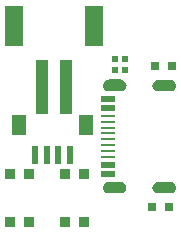
<source format=gbr>
G04 EAGLE Gerber RS-274X export*
G75*
%MOMM*%
%FSLAX34Y34*%
%LPD*%
%INSolderpaste Bottom*%
%IPPOS*%
%AMOC8*
5,1,8,0,0,1.08239X$1,22.5*%
G01*
%ADD10R,1.000000X4.600000*%
%ADD11R,1.600000X3.400000*%
%ADD12R,0.800000X0.800000*%
%ADD13R,0.900000X0.900000*%
%ADD14R,1.150000X0.575000*%
%ADD15R,1.150000X0.275000*%
%ADD16R,0.600000X1.550000*%
%ADD17R,1.200000X1.800000*%
%ADD18R,0.500000X0.500000*%

G36*
X456692Y152649D02*
X456692Y152649D01*
X456693Y152649D01*
X457766Y152770D01*
X457767Y152771D01*
X457768Y152770D01*
X458788Y153127D01*
X458788Y153128D01*
X458789Y153128D01*
X459704Y153703D01*
X459705Y153703D01*
X460469Y154468D01*
X461044Y155383D01*
X461044Y155384D01*
X461045Y155384D01*
X461402Y156404D01*
X461402Y156405D01*
X461401Y156405D01*
X461402Y156406D01*
X461523Y157479D01*
X461523Y157480D01*
X461523Y157481D01*
X461396Y158611D01*
X461395Y158611D01*
X461395Y158612D01*
X461020Y159686D01*
X461019Y159686D01*
X461019Y159687D01*
X460414Y160650D01*
X460413Y160650D01*
X460413Y160651D01*
X459609Y161455D01*
X459608Y161455D01*
X459608Y161456D01*
X458645Y162061D01*
X458644Y162061D01*
X458644Y162062D01*
X457570Y162437D01*
X457569Y162437D01*
X457569Y162438D01*
X457482Y162447D01*
X457438Y162452D01*
X457393Y162457D01*
X457349Y162462D01*
X456820Y162522D01*
X456776Y162527D01*
X456732Y162532D01*
X456688Y162537D01*
X456439Y162565D01*
X456438Y162565D01*
X446786Y162565D01*
X446785Y162565D01*
X445655Y162438D01*
X445655Y162437D01*
X445654Y162437D01*
X444580Y162062D01*
X444580Y162061D01*
X444579Y162061D01*
X443616Y161456D01*
X443616Y161455D01*
X443615Y161455D01*
X442811Y160651D01*
X442811Y160650D01*
X442810Y160650D01*
X442205Y159687D01*
X442205Y159686D01*
X442204Y159686D01*
X441829Y158612D01*
X441829Y158611D01*
X441828Y158611D01*
X441701Y157481D01*
X441702Y157480D01*
X441701Y157479D01*
X441822Y156406D01*
X441823Y156405D01*
X441822Y156404D01*
X442179Y155384D01*
X442180Y155384D01*
X442180Y155383D01*
X442755Y154468D01*
X443520Y153703D01*
X444435Y153128D01*
X444436Y153128D01*
X444436Y153127D01*
X445456Y152770D01*
X445457Y152771D01*
X445458Y152770D01*
X446531Y152649D01*
X446532Y152649D01*
X456692Y152649D01*
X456692Y152649D01*
G37*
G36*
X498475Y152522D02*
X498475Y152522D01*
X498476Y152522D01*
X499549Y152643D01*
X499550Y152644D01*
X499551Y152643D01*
X500571Y153000D01*
X500571Y153001D01*
X500572Y153001D01*
X501487Y153576D01*
X501488Y153576D01*
X502252Y154341D01*
X502827Y155256D01*
X502827Y155257D01*
X502828Y155257D01*
X503185Y156277D01*
X503185Y156278D01*
X503184Y156278D01*
X503185Y156279D01*
X503306Y157352D01*
X503306Y157353D01*
X503306Y157354D01*
X503179Y158484D01*
X503178Y158484D01*
X503178Y158485D01*
X502803Y159559D01*
X502802Y159559D01*
X502802Y159560D01*
X502197Y160523D01*
X502196Y160523D01*
X502196Y160524D01*
X501392Y161328D01*
X501391Y161328D01*
X501391Y161329D01*
X500428Y161934D01*
X500427Y161934D01*
X500427Y161935D01*
X499353Y162310D01*
X499352Y162310D01*
X499352Y162311D01*
X499265Y162320D01*
X499221Y162325D01*
X499176Y162330D01*
X499132Y162335D01*
X498603Y162395D01*
X498559Y162400D01*
X498515Y162405D01*
X498471Y162410D01*
X498222Y162438D01*
X498221Y162438D01*
X488569Y162438D01*
X488568Y162438D01*
X487438Y162311D01*
X487438Y162310D01*
X487437Y162310D01*
X486363Y161935D01*
X486363Y161934D01*
X486362Y161934D01*
X485399Y161329D01*
X485399Y161328D01*
X485398Y161328D01*
X484594Y160524D01*
X484594Y160523D01*
X484593Y160523D01*
X483988Y159560D01*
X483988Y159559D01*
X483987Y159559D01*
X483612Y158485D01*
X483612Y158484D01*
X483611Y158484D01*
X483484Y157354D01*
X483485Y157353D01*
X483484Y157352D01*
X483605Y156279D01*
X483606Y156278D01*
X483605Y156277D01*
X483962Y155257D01*
X483963Y155257D01*
X483963Y155256D01*
X484538Y154341D01*
X485303Y153576D01*
X486218Y153001D01*
X486219Y153001D01*
X486219Y153000D01*
X487239Y152643D01*
X487240Y152644D01*
X487241Y152643D01*
X488314Y152522D01*
X488315Y152522D01*
X498475Y152522D01*
X498475Y152522D01*
G37*
G36*
X456565Y66162D02*
X456565Y66162D01*
X456566Y66162D01*
X457639Y66283D01*
X457640Y66284D01*
X457641Y66283D01*
X458661Y66640D01*
X458661Y66641D01*
X458662Y66641D01*
X459577Y67216D01*
X459578Y67216D01*
X460342Y67981D01*
X460917Y68896D01*
X460917Y68897D01*
X460918Y68897D01*
X461275Y69917D01*
X461275Y69918D01*
X461274Y69918D01*
X461275Y69919D01*
X461396Y70992D01*
X461396Y70993D01*
X461396Y70994D01*
X461269Y72124D01*
X461268Y72124D01*
X461268Y72125D01*
X460893Y73199D01*
X460892Y73199D01*
X460892Y73200D01*
X460287Y74163D01*
X460286Y74163D01*
X460286Y74164D01*
X459482Y74968D01*
X459481Y74968D01*
X459481Y74969D01*
X458518Y75574D01*
X458517Y75574D01*
X458517Y75575D01*
X457443Y75950D01*
X457442Y75950D01*
X457442Y75951D01*
X457355Y75960D01*
X457311Y75965D01*
X457266Y75970D01*
X457222Y75975D01*
X456693Y76035D01*
X456649Y76040D01*
X456605Y76045D01*
X456561Y76050D01*
X456312Y76078D01*
X456311Y76078D01*
X446659Y76078D01*
X446658Y76078D01*
X445528Y75951D01*
X445528Y75950D01*
X445527Y75950D01*
X444453Y75575D01*
X444453Y75574D01*
X444452Y75574D01*
X443489Y74969D01*
X443489Y74968D01*
X443488Y74968D01*
X442684Y74164D01*
X442684Y74163D01*
X442683Y74163D01*
X442078Y73200D01*
X442078Y73199D01*
X442077Y73199D01*
X441702Y72125D01*
X441702Y72124D01*
X441701Y72124D01*
X441574Y70994D01*
X441575Y70993D01*
X441574Y70992D01*
X441695Y69919D01*
X441696Y69918D01*
X441695Y69917D01*
X442052Y68897D01*
X442053Y68897D01*
X442053Y68896D01*
X442628Y67981D01*
X443393Y67216D01*
X444308Y66641D01*
X444309Y66641D01*
X444309Y66640D01*
X445329Y66283D01*
X445330Y66284D01*
X445331Y66283D01*
X446404Y66162D01*
X446405Y66162D01*
X456565Y66162D01*
X456565Y66162D01*
G37*
G36*
X498475Y66162D02*
X498475Y66162D01*
X498476Y66162D01*
X499549Y66283D01*
X499550Y66284D01*
X499551Y66283D01*
X500571Y66640D01*
X500571Y66641D01*
X500572Y66641D01*
X501487Y67216D01*
X501488Y67216D01*
X502252Y67981D01*
X502827Y68896D01*
X502827Y68897D01*
X502828Y68897D01*
X503185Y69917D01*
X503185Y69918D01*
X503184Y69918D01*
X503185Y69919D01*
X503306Y70992D01*
X503306Y70993D01*
X503306Y70994D01*
X503179Y72124D01*
X503178Y72124D01*
X503178Y72125D01*
X502803Y73199D01*
X502802Y73199D01*
X502802Y73200D01*
X502197Y74163D01*
X502196Y74163D01*
X502196Y74164D01*
X501392Y74968D01*
X501391Y74968D01*
X501391Y74969D01*
X500428Y75574D01*
X500427Y75574D01*
X500427Y75575D01*
X499353Y75950D01*
X499352Y75950D01*
X499352Y75951D01*
X499265Y75960D01*
X499221Y75965D01*
X499176Y75970D01*
X499132Y75975D01*
X498603Y76035D01*
X498559Y76040D01*
X498515Y76045D01*
X498471Y76050D01*
X498222Y76078D01*
X498221Y76078D01*
X488569Y76078D01*
X488568Y76078D01*
X487438Y75951D01*
X487438Y75950D01*
X487437Y75950D01*
X486363Y75575D01*
X486363Y75574D01*
X486362Y75574D01*
X485399Y74969D01*
X485399Y74968D01*
X485398Y74968D01*
X484594Y74164D01*
X484594Y74163D01*
X484593Y74163D01*
X483988Y73200D01*
X483988Y73199D01*
X483987Y73199D01*
X483612Y72125D01*
X483612Y72124D01*
X483611Y72124D01*
X483484Y70994D01*
X483485Y70993D01*
X483484Y70992D01*
X483605Y69919D01*
X483606Y69918D01*
X483605Y69917D01*
X483962Y68897D01*
X483963Y68897D01*
X483963Y68896D01*
X484538Y67981D01*
X485303Y67216D01*
X486218Y66641D01*
X486219Y66641D01*
X486219Y66640D01*
X487239Y66283D01*
X487240Y66284D01*
X487241Y66283D01*
X488314Y66162D01*
X488315Y66162D01*
X498475Y66162D01*
X498475Y66162D01*
G37*
D10*
X410050Y156040D03*
X390050Y156040D03*
D11*
X434050Y208040D03*
X366050Y208040D03*
D12*
X482720Y54610D03*
X497720Y54610D03*
D13*
X425830Y82730D03*
X409830Y82730D03*
X409830Y41730D03*
X425830Y41730D03*
D12*
X500260Y173990D03*
X485260Y173990D03*
D14*
X445880Y146300D03*
X445880Y138300D03*
D15*
X445880Y131800D03*
X445880Y126800D03*
X445880Y121800D03*
X445880Y116800D03*
X445880Y111800D03*
X445880Y106800D03*
X445880Y101800D03*
X445880Y96800D03*
D14*
X445880Y90300D03*
X445880Y82300D03*
D13*
X378840Y82730D03*
X362840Y82730D03*
X362840Y41730D03*
X378840Y41730D03*
D16*
X403780Y98710D03*
X393780Y98710D03*
X413780Y98710D03*
X383780Y98710D03*
D17*
X370780Y124192D03*
X426780Y124192D03*
D18*
X451430Y180260D03*
X460430Y180260D03*
X460430Y170260D03*
X451430Y170260D03*
M02*

</source>
